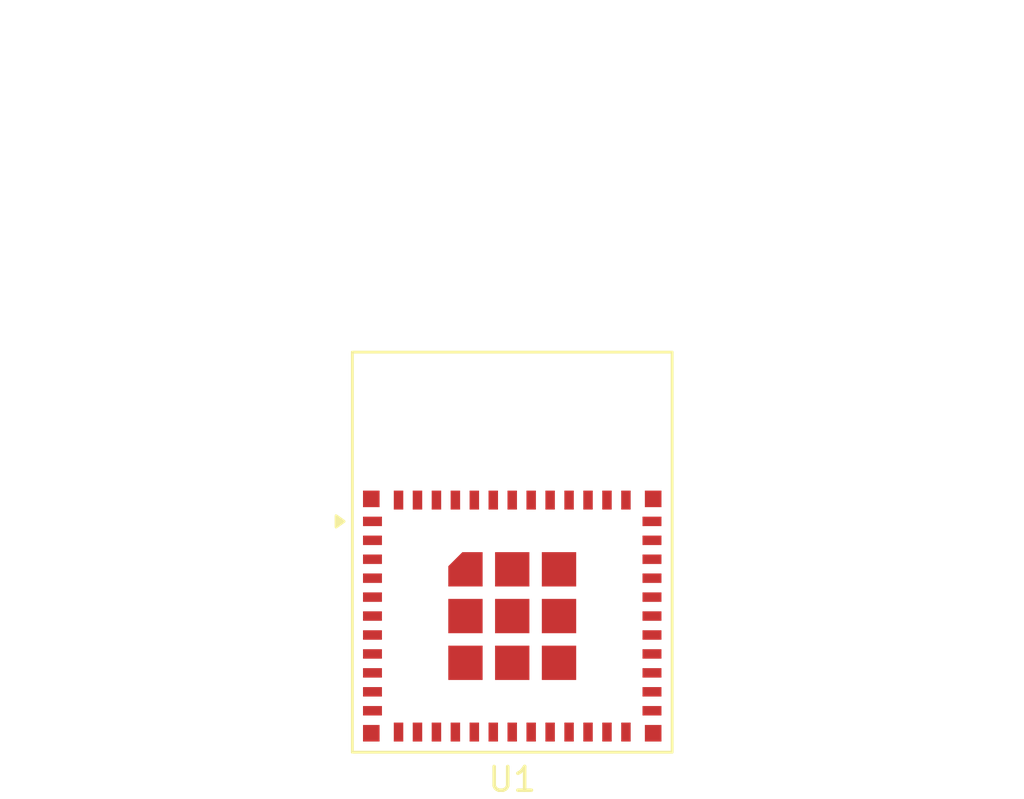
<source format=kicad_pcb>
(kicad_pcb (version 20241229) (generator "pcbnew") (generator_version "9.0")
  (layers (0 "F.Cu" signal) (2 "B.Cu" signal) (13 "F.Paste" user) (15 "B.Paste" user) (5 "F.SilkS" user "F.Silkscreen") (7 "B.SilkS" user "B.Silkscreen") (1 "F.Mask" user) (3 "B.Mask" user) (25 "Edge.Cuts" user))
  (net 0 "")
  (net 2 "Net-(U1-GND-Pad1)")
  (footprint "RF_Module:ESP32-C6-MINI-1" (layer "F.Cu") (at 180.05 71.55)
    (property "Reference" "U1" (at 0 6.9 0) (layer "F.SilkS"))
    (property "Value" "ESP32-C6-MINI-1")
    (fp_line (start -6.75 -11.15) (end 6.75 -11.15) (stroke (width 0.12)) (layer "F.SilkS"))
    (fp_line (start -6.75 5.75) (end -6.75 -11.15) (stroke (width 0.12)) (layer "F.SilkS"))
    (fp_line (start 6.75 -11.15) (end 6.75 5.75) (stroke (width 0.12)) (layer "F.SilkS"))
    (fp_line (start 6.75 5.75) (end -6.75 5.75) (stroke (width 0.12)) (layer "F.SilkS"))
    (fp_poly (pts (xy -7.1 -4) (xy -7.436 -3.76) (xy -7.436 -4.24) (xy -7.1 -4)) (stroke (width 0.12)) (fill yes) (layer "F.SilkS"))
    (pad "1" smd rect (at -5.9 -4) (size 0.8 0.4) (layers "F.Cu" "F.Mask" "F.Paste") (net 2 "Net-(U1-GND-Pad1)"))
    (pad "2" smd rect (at -5.9 -3.2) (size 0.8 0.4) (layers "F.Cu" "F.Mask" "F.Paste") (net 2 "Net-(U1-GND-Pad1)"))
    (pad "3" smd rect (at -5.9 -2.4) (size 0.8 0.4) (layers "F.Cu" "F.Mask" "F.Paste"))
    (pad "4" smd rect (at -5.9 -1.6) (size 0.8 0.4) (layers "F.Cu" "F.Mask" "F.Paste"))
    (pad "5" smd rect (at -5.9 -0.8) (size 0.8 0.4) (layers "F.Cu" "F.Mask" "F.Paste"))
    (pad "6" smd rect (at -5.9 0) (size 0.8 0.4) (layers "F.Cu" "F.Mask" "F.Paste"))
    (pad "7" smd rect (at -5.9 0.8) (size 0.8 0.4) (layers "F.Cu" "F.Mask" "F.Paste"))
    (pad "8" smd rect (at -5.9 1.6) (size 0.8 0.4) (layers "F.Cu" "F.Mask" "F.Paste"))
    (pad "9" smd rect (at -5.9 2.4) (size 0.8 0.4) (layers "F.Cu" "F.Mask" "F.Paste"))
    (pad "10" smd rect (at -5.9 3.2) (size 0.8 0.4) (layers "F.Cu" "F.Mask" "F.Paste"))
    (pad "11" smd rect (at -5.9 4) (size 0.8 0.4) (layers "F.Cu" "F.Mask" "F.Paste") (net 2 "Net-(U1-GND-Pad1)"))
    (pad "12" smd rect (at -4.8 4.9 90) (size 0.8 0.4) (layers "F.Cu" "F.Mask" "F.Paste"))
    (pad "13" smd rect (at -4 4.9 90) (size 0.8 0.4) (layers "F.Cu" "F.Mask" "F.Paste"))
    (pad "14" smd rect (at -3.2 4.9 90) (size 0.8 0.4) (layers "F.Cu" "F.Mask" "F.Paste") (net 2 "Net-(U1-GND-Pad1)"))
    (pad "15" smd rect (at -2.4 4.9 90) (size 0.8 0.4) (layers "F.Cu" "F.Mask" "F.Paste"))
    (pad "16" smd rect (at -1.6 4.9 90) (size 0.8 0.4) (layers "F.Cu" "F.Mask" "F.Paste"))
    (pad "17" smd rect (at -0.8 4.9 90) (size 0.8 0.4) (layers "F.Cu" "F.Mask" "F.Paste"))
    (pad "18" smd rect (at 0 4.9 90) (size 0.8 0.4) (layers "F.Cu" "F.Mask" "F.Paste"))
    (pad "19" smd rect (at 0.8 4.9 90) (size 0.8 0.4) (layers "F.Cu" "F.Mask" "F.Paste"))
    (pad "20" smd rect (at 1.6 4.9 90) (size 0.8 0.4) (layers "F.Cu" "F.Mask" "F.Paste"))
    (pad "21" smd rect (at 2.4 4.9 90) (size 0.8 0.4) (layers "F.Cu" "F.Mask" "F.Paste"))
    (pad "22" smd rect (at 3.2 4.9 90) (size 0.8 0.4) (layers "F.Cu" "F.Mask" "F.Paste"))
    (pad "23" smd rect (at 4 4.9 90) (size 0.8 0.4) (layers "F.Cu" "F.Mask" "F.Paste"))
    (pad "24" smd rect (at 4.8 4.9 90) (size 0.8 0.4) (layers "F.Cu" "F.Mask" "F.Paste"))
    (pad "25" smd rect (at 5.9 4) (size 0.8 0.4) (layers "F.Cu" "F.Mask" "F.Paste"))
    (pad "26" smd rect (at 5.9 3.2) (size 0.8 0.4) (layers "F.Cu" "F.Mask" "F.Paste"))
    (pad "27" smd rect (at 5.9 2.4) (size 0.8 0.4) (layers "F.Cu" "F.Mask" "F.Paste"))
    (pad "28" smd rect (at 5.9 1.6) (size 0.8 0.4) (layers "F.Cu" "F.Mask" "F.Paste"))
    (pad "29" smd rect (at 5.9 0.8) (size 0.8 0.4) (layers "F.Cu" "F.Mask" "F.Paste"))
    (pad "30" smd rect (at 5.9 0) (size 0.8 0.4) (layers "F.Cu" "F.Mask" "F.Paste"))
    (pad "31" smd rect (at 5.9 -0.8) (size 0.8 0.4) (layers "F.Cu" "F.Mask" "F.Paste"))
    (pad "32" smd rect (at 5.9 -1.6) (size 0.8 0.4) (layers "F.Cu" "F.Mask" "F.Paste"))
    (pad "33" smd rect (at 5.9 -2.4) (size 0.8 0.4) (layers "F.Cu" "F.Mask" "F.Paste"))
    (pad "34" smd rect (at 5.9 -3.2) (size 0.8 0.4) (layers "F.Cu" "F.Mask" "F.Paste"))
    (pad "35" smd rect (at 5.9 -4) (size 0.8 0.4) (layers "F.Cu" "F.Mask" "F.Paste"))
    (pad "36" smd rect (at 4.8 -4.9 90) (size 0.8 0.4) (layers "F.Cu" "F.Mask" "F.Paste") (net 2 "Net-(U1-GND-Pad1)"))
    (pad "37" smd rect (at 4 -4.9 90) (size 0.8 0.4) (layers "F.Cu" "F.Mask" "F.Paste") (net 2 "Net-(U1-GND-Pad1)"))
    (pad "38" smd rect (at 3.2 -4.9 90) (size 0.8 0.4) (layers "F.Cu" "F.Mask" "F.Paste") (net 2 "Net-(U1-GND-Pad1)"))
    (pad "39" smd rect (at 2.4 -4.9 90) (size 0.8 0.4) (layers "F.Cu" "F.Mask" "F.Paste") (net 2 "Net-(U1-GND-Pad1)"))
    (pad "40" smd rect (at 1.6 -4.9 90) (size 0.8 0.4) (layers "F.Cu" "F.Mask" "F.Paste") (net 2 "Net-(U1-GND-Pad1)"))
    (pad "41" smd rect (at 0.8 -4.9 90) (size 0.8 0.4) (layers "F.Cu" "F.Mask" "F.Paste") (net 2 "Net-(U1-GND-Pad1)"))
    (pad "42" smd rect (at 0 -4.9 90) (size 0.8 0.4) (layers "F.Cu" "F.Mask" "F.Paste") (net 2 "Net-(U1-GND-Pad1)"))
    (pad "43" smd rect (at -0.8 -4.9 90) (size 0.8 0.4) (layers "F.Cu" "F.Mask" "F.Paste") (net 2 "Net-(U1-GND-Pad1)"))
    (pad "44" smd rect (at -1.6 -4.9 90) (size 0.8 0.4) (layers "F.Cu" "F.Mask" "F.Paste") (net 2 "Net-(U1-GND-Pad1)"))
    (pad "45" smd rect (at -2.4 -4.9 90) (size 0.8 0.4) (layers "F.Cu" "F.Mask" "F.Paste") (net 2 "Net-(U1-GND-Pad1)"))
    (pad "46" smd rect (at -3.2 -4.9 90) (size 0.8 0.4) (layers "F.Cu" "F.Mask" "F.Paste") (net 2 "Net-(U1-GND-Pad1)"))
    (pad "47" smd rect (at -4 -4.9 90) (size 0.8 0.4) (layers "F.Cu" "F.Mask" "F.Paste") (net 2 "Net-(U1-GND-Pad1)"))
    (pad "48" smd rect (at -4.8 -4.9 90) (size 0.8 0.4) (layers "F.Cu" "F.Mask" "F.Paste") (net 2 "Net-(U1-GND-Pad1)"))
    (pad "49" smd roundrect (at -1.975 -1.975) (size 1.45 1.45) (property pad_prop_heatsink) (layers "F.Cu" "F.Mask" "F.Paste") (roundrect_rratio 0) (chamfer_ratio 0.41) (chamfer top_left) (net 2 "Net-(U1-GND-Pad1)"))
    (pad "49" smd rect (at -1.975 0) (size 1.45 1.45) (property pad_prop_heatsink) (layers "F.Cu" "F.Mask" "F.Paste") (net 2 "Net-(U1-GND-Pad1)"))
    (pad "49" smd rect (at -1.975 1.975) (size 1.45 1.45) (property pad_prop_heatsink) (layers "F.Cu" "F.Mask" "F.Paste") (net 2 "Net-(U1-GND-Pad1)"))
    (pad "49" smd rect (at 0 -1.975) (size 1.45 1.45) (property pad_prop_heatsink) (layers "F.Cu" "F.Mask" "F.Paste") (net 2 "Net-(U1-GND-Pad1)"))
    (pad "49" smd rect (at 0 0) (size 1.45 1.45) (property pad_prop_heatsink) (layers "F.Cu" "F.Mask" "F.Paste") (net 2 "Net-(U1-GND-Pad1)"))
    (pad "49" smd rect (at 0 1.975) (size 1.45 1.45) (property pad_prop_heatsink) (layers "F.Cu" "F.Mask" "F.Paste") (net 2 "Net-(U1-GND-Pad1)"))
    (pad "49" smd rect (at 1.975 -1.975) (size 1.45 1.45) (property pad_prop_heatsink) (layers "F.Cu" "F.Mask" "F.Paste") (net 2 "Net-(U1-GND-Pad1)"))
    (pad "49" smd rect (at 1.975 0) (size 1.45 1.45) (property pad_prop_heatsink) (layers "F.Cu" "F.Mask" "F.Paste") (net 2 "Net-(U1-GND-Pad1)"))
    (pad "49" smd rect (at 1.975 1.975) (size 1.45 1.45) (property pad_prop_heatsink) (layers "F.Cu" "F.Mask" "F.Paste") (net 2 "Net-(U1-GND-Pad1)"))
    (pad "50" smd rect (at 5.95 -4.95) (size 0.7 0.7) (layers "F.Cu" "F.Mask" "F.Paste") (net 2 "Net-(U1-GND-Pad1)"))
    (pad "51" smd rect (at 5.95 4.95) (size 0.7 0.7) (layers "F.Cu" "F.Mask" "F.Paste") (net 2 "Net-(U1-GND-Pad1)"))
    (pad "52" smd rect (at -5.95 4.95) (size 0.7 0.7) (layers "F.Cu" "F.Mask" "F.Paste") (net 2 "Net-(U1-GND-Pad1)"))
    (pad "53" smd rect (at -5.95 -4.95) (size 0.7 0.7) (layers "F.Cu" "F.Mask" "F.Paste") (net 2 "Net-(U1-GND-Pad1)"))
  )
)
</source>
